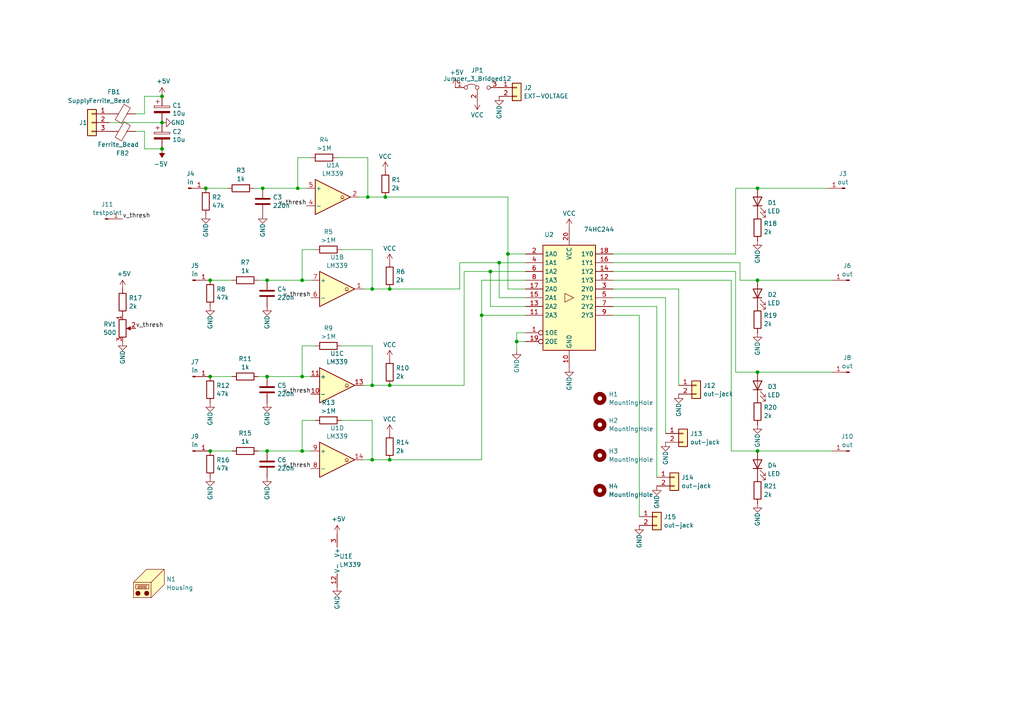
<source format=kicad_sch>
(kicad_sch (version 20231120) (generator "eeschema") (generator_version "8.0")
  (paper "A4")
  (lib_symbols
    (symbol "74xx:74HC244"
      (property "Reference" "U" (at -7.62 16.51 0))
      (property "Value" "74HC244" (at -7.62 -16.51 0))
      (symbol "74HC244_1_0"
        (polyline (pts (xy 1.27 0) (xy -1.27 1.27) (xy -1.27 -1.27) (xy 1.27 0)) (stroke (width 0.1524)))
        (pin input inverted (at -12.7 -10.16 0) (length 5.08) (name "1OE") (number "1"))
        (pin power_in line (at 0 -20.32 90) (length 5.08) (name "GND") (number "10"))
        (pin input line (at -12.7 -5.08 0) (length 5.08) (name "2A3") (number "11"))
        (pin tri_state line (at 12.7 5.08 180) (length 5.08) (name "1Y3") (number "12"))
        (pin input line (at -12.7 -2.54 0) (length 5.08) (name "2A2") (number "13"))
        (pin tri_state line (at 12.7 7.62 180) (length 5.08) (name "1Y2") (number "14"))
        (pin input line (at -12.7 0 0) (length 5.08) (name "2A1") (number "15"))
        (pin tri_state line (at 12.7 10.16 180) (length 5.08) (name "1Y1") (number "16"))
        (pin input line (at -12.7 2.54 0) (length 5.08) (name "2A0") (number "17"))
        (pin tri_state line (at 12.7 12.7 180) (length 5.08) (name "1Y0") (number "18"))
        (pin input inverted (at -12.7 -12.7 0) (length 5.08) (name "2OE") (number "19"))
        (pin input line (at -12.7 12.7 0) (length 5.08) (name "1A0") (number "2"))
        (pin power_in line (at 0 20.32 270) (length 5.08) (name "VCC") (number "20"))
        (pin tri_state line (at 12.7 2.54 180) (length 5.08) (name "2Y0") (number "3"))
        (pin input line (at -12.7 10.16 0) (length 5.08) (name "1A1") (number "4"))
        (pin tri_state line (at 12.7 0 180) (length 5.08) (name "2Y1") (number "5"))
        (pin input line (at -12.7 7.62 0) (length 5.08) (name "1A2") (number "6"))
        (pin tri_state line (at 12.7 -2.54 180) (length 5.08) (name "2Y2") (number "7"))
        (pin input line (at -12.7 5.08 0) (length 5.08) (name "1A3") (number "8"))
        (pin tri_state line (at 12.7 -5.08 180) (length 5.08) (name "2Y3") (number "9"))
      )
      (symbol "74HC244_1_1"
        (rectangle (start -7.62 15.24) (end 7.62 -15.24) (stroke (width 0.254)) (fill (type background)))
      )
    )
    (symbol "Comparator:LM339" (pin_names (offset 0.127))
      (property "Reference" "U" (at 0 5.08 0))
      (property "Value" "LM339" (at 0 -5.08 0))
      (symbol "LM339_1_1"
        (polyline (pts (xy -5.08 5.08) (xy 5.08 0) (xy -5.08 -5.08) (xy -5.08 5.08)) (stroke (width 0.254)) (fill (type background)))
        (polyline (pts (xy 3.302 -0.508) (xy 2.794 -0.508) (xy 3.302 0) (xy 2.794 0.508) (xy 2.286 0) (xy 2.794 -0.508) (xy 2.286 -0.508)) (stroke (width 0.127)))
        (pin open_collector line (at 7.62 0 180) (length 2.54) (name "~") (number "2"))
        (pin input line (at -7.62 -2.54 0) (length 2.54) (name "-") (number "4"))
        (pin input line (at -7.62 2.54 0) (length 2.54) (name "+") (number "5"))
      )
      (symbol "LM339_2_1"
        (polyline (pts (xy -5.08 5.08) (xy 5.08 0) (xy -5.08 -5.08) (xy -5.08 5.08)) (stroke (width 0.254)) (fill (type background)))
        (polyline (pts (xy 3.302 -0.508) (xy 2.794 -0.508) (xy 3.302 0) (xy 2.794 0.508) (xy 2.286 0) (xy 2.794 -0.508) (xy 2.286 -0.508)) (stroke (width 0.127)))
        (pin open_collector line (at 7.62 0 180) (length 2.54) (name "~") (number "1"))
        (pin input line (at -7.62 -2.54 0) (length 2.54) (name "-") (number "6"))
        (pin input line (at -7.62 2.54 0) (length 2.54) (name "+") (number "7"))
      )
      (symbol "LM339_3_1"
        (polyline (pts (xy -5.08 5.08) (xy 5.08 0) (xy -5.08 -5.08) (xy -5.08 5.08)) (stroke (width 0.254)) (fill (type background)))
        (polyline (pts (xy 3.302 -0.508) (xy 2.794 -0.508) (xy 3.302 0) (xy 2.794 0.508) (xy 2.286 0) (xy 2.794 -0.508) (xy 2.286 -0.508)) (stroke (width 0.127)))
        (pin input line (at -7.62 -2.54 0) (length 2.54) (name "-") (number "10"))
        (pin input line (at -7.62 2.54 0) (length 2.54) (name "+") (number "11"))
        (pin open_collector line (at 7.62 0 180) (length 2.54) (name "~") (number "13"))
      )
      (symbol "LM339_4_1"
        (polyline (pts (xy -5.08 5.08) (xy 5.08 0) (xy -5.08 -5.08) (xy -5.08 5.08)) (stroke (width 0.254)) (fill (type background)))
        (polyline (pts (xy 3.302 -0.508) (xy 2.794 -0.508) (xy 3.302 0) (xy 2.794 0.508) (xy 2.286 0) (xy 2.794 -0.508) (xy 2.286 -0.508)) (stroke (width 0.127)))
        (pin open_collector line (at 7.62 0 180) (length 2.54) (name "~") (number "14"))
        (pin input line (at -7.62 -2.54 0) (length 2.54) (name "-") (number "8"))
        (pin input line (at -7.62 2.54 0) (length 2.54) (name "+") (number "9"))
      )
      (symbol "LM339_5_1"
        (pin power_in line (at -2.54 -7.62 90) (length 3.81) (name "V-") (number "12"))
        (pin power_in line (at -2.54 7.62 270) (length 3.81) (name "V+") (number "3"))
      )
    )
    (symbol "Connector:Conn_01x01_Pin" (pin_names (offset 1.016) hide)
      (property "Reference" "J" (at 0 2.54 0))
      (property "Value" "Conn_01x01_Pin" (at 0 -2.54 0))
      (symbol "Conn_01x01_Pin_1_1"
        (polyline (pts (xy 1.27 0) (xy 0.8636 0)) (stroke (width 0.1524)))
        (rectangle (start 0.8636 0.127) (end 0 -0.127) (stroke (width 0.1524)) (fill (type outline)))
        (pin passive line (at 5.08 0 180) (length 3.81) (name "Pin_1") (number "1"))
      )
    )
    (symbol "Connector_Generic:Conn_01x02" (pin_names (offset 1.016) hide)
      (property "Reference" "J" (at 0 2.54 0))
      (property "Value" "Conn_01x02" (at 0 -5.08 0))
      (symbol "Conn_01x02_1_1"
        (rectangle (start -1.27 -2.413) (end 0 -2.667) (stroke (width 0.1524)))
        (rectangle (start -1.27 0.127) (end 0 -0.127) (stroke (width 0.1524)))
        (rectangle (start -1.27 1.27) (end 1.27 -3.81) (stroke (width 0.254)) (fill (type background)))
        (pin passive line (at -5.08 0 0) (length 3.81) (name "Pin_1") (number "1"))
        (pin passive line (at -5.08 -2.54 0) (length 3.81) (name "Pin_2") (number "2"))
      )
    )
    (symbol "Connector_Generic:Conn_01x03" (pin_names (offset 1.016) hide)
      (property "Reference" "J" (at 0 5.08 0))
      (property "Value" "Conn_01x03" (at 0 -5.08 0))
      (symbol "Conn_01x03_1_1"
        (rectangle (start -1.27 -2.413) (end 0 -2.667) (stroke (width 0.1524)))
        (rectangle (start -1.27 0.127) (end 0 -0.127) (stroke (width 0.1524)))
        (rectangle (start -1.27 2.667) (end 0 2.413) (stroke (width 0.1524)))
        (rectangle (start -1.27 3.81) (end 1.27 -3.81) (stroke (width 0.254)) (fill (type background)))
        (pin passive line (at -5.08 2.54 0) (length 3.81) (name "Pin_1") (number "1"))
        (pin passive line (at -5.08 0 0) (length 3.81) (name "Pin_2") (number "2"))
        (pin passive line (at -5.08 -2.54 0) (length 3.81) (name "Pin_3") (number "3"))
      )
    )
    (symbol "Device:C" (pin_numbers hide) (pin_names (offset 0.254))
      (property "Reference" "C" (at 0.635 2.54 0))
      (property "Value" "C" (at 0.635 -2.54 0))
      (symbol "C_0_1"
        (polyline (pts (xy -2.032 -0.762) (xy 2.032 -0.762)) (stroke (width 0.508)))
        (polyline (pts (xy -2.032 0.762) (xy 2.032 0.762)) (stroke (width 0.508)))
      )
      (symbol "C_1_1"
        (pin passive line (at 0 3.81 270) (length 2.794) (name "~") (number "1"))
        (pin passive line (at 0 -3.81 90) (length 2.794) (name "~") (number "2"))
      )
    )
    (symbol "Device:CP" (pin_numbers hide) (pin_names (offset 0.254))
      (property "Reference" "C" (at 0.635 2.54 0))
      (property "Value" "Device_CP" (at 0.635 -2.54 0))
      (symbol "CP_0_1"
        (rectangle (start -2.286 0.508) (end 2.286 1.016))
        (polyline (pts (xy -1.778 2.286) (xy -0.762 2.286)))
        (polyline (pts (xy -1.27 2.794) (xy -1.27 1.778)))
        (rectangle (start 2.286 -0.508) (end -2.286 -1.016) (fill (type outline)))
      )
      (symbol "CP_1_1"
        (pin passive line (at 0 3.81 270) (length 2.794) (name "~") (number "1"))
        (pin passive line (at 0 -3.81 90) (length 2.794) (name "~") (number "2"))
      )
    )
    (symbol "Device:Ferrite_Bead" (pin_numbers hide) (pin_names (offset 0))
      (property "Reference" "FB" (at -3.81 0.635 90))
      (property "Value" "Device_Ferrite_Bead" (at 3.81 0 90))
      (symbol "Ferrite_Bead_0_1"
        (polyline (pts (xy 0 -1.27) (xy 0 -1.2192)))
        (polyline (pts (xy 0 1.27) (xy 0 1.2954)))
        (polyline (pts (xy -2.7686 0.4064) (xy -1.7018 2.2606) (xy 2.7686 -0.3048) (xy 1.6764 -2.159) (xy -2.7686 0.4064)))
      )
      (symbol "Ferrite_Bead_1_1"
        (pin passive line (at 0 3.81 270) (length 2.54) (name "~") (number "1"))
        (pin passive line (at 0 -3.81 90) (length 2.54) (name "~") (number "2"))
      )
    )
    (symbol "Device:LED" (pin_numbers hide) (pin_names (offset 1.016) hide)
      (property "Reference" "D" (at 0 2.54 0))
      (property "Value" "LED" (at 0 -2.54 0))
      (symbol "LED_0_1"
        (polyline (pts (xy -1.27 -1.27) (xy -1.27 1.27)) (stroke (width 0.254)))
        (polyline (pts (xy -1.27 0) (xy 1.27 0)))
        (polyline (pts (xy 1.27 -1.27) (xy 1.27 1.27) (xy -1.27 0) (xy 1.27 -1.27)) (stroke (width 0.254)))
        (polyline (pts (xy -3.048 -0.762) (xy -4.572 -2.286) (xy -3.81 -2.286) (xy -4.572 -2.286) (xy -4.572 -1.524)))
        (polyline (pts (xy -1.778 -0.762) (xy -3.302 -2.286) (xy -2.54 -2.286) (xy -3.302 -2.286) (xy -3.302 -1.524)))
      )
      (symbol "LED_1_1"
        (pin passive line (at -3.81 0 0) (length 2.54) (name "K") (number "1"))
        (pin passive line (at 3.81 0 180) (length 2.54) (name "A") (number "2"))
      )
    )
    (symbol "Device:R" (pin_numbers hide) (pin_names (offset 0))
      (property "Reference" "R" (at 2.032 0 90))
      (property "Value" "R" (at 0 0 90))
      (symbol "R_0_1"
        (rectangle (start -1.016 -2.54) (end 1.016 2.54) (stroke (width 0.254)))
      )
      (symbol "R_1_1"
        (pin passive line (at 0 3.81 270) (length 1.27) (name "~") (number "1"))
        (pin passive line (at 0 -3.81 90) (length 1.27) (name "~") (number "2"))
      )
    )
    (symbol "Device:R_Potentiometer" (pin_names (offset 1.016) hide)
      (property "Reference" "RV" (at -4.445 0 90))
      (property "Value" "R_Potentiometer" (at -2.54 0 90))
      (symbol "R_Potentiometer_0_1"
        (polyline (pts (xy 2.54 0) (xy 1.524 0)))
        (polyline (pts (xy 1.143 0) (xy 2.286 0.508) (xy 2.286 -0.508) (xy 1.143 0)) (fill (type outline)))
        (rectangle (start 1.016 2.54) (end -1.016 -2.54) (stroke (width 0.254)))
      )
      (symbol "R_Potentiometer_1_1"
        (pin passive line (at 0 3.81 270) (length 1.27) (name "1") (number "1"))
        (pin passive line (at 3.81 0 180) (length 1.27) (name "2") (number "2"))
        (pin passive line (at 0 -3.81 90) (length 1.27) (name "3") (number "3"))
      )
    )
    (symbol "Jumper:Jumper_3_Bridged12" (pin_names (offset 0) hide) (exclude_from_sim yes) (in_bom no)
      (property "Reference" "JP" (at -2.54 -2.54 0))
      (property "Value" "Jumper_3_Bridged12" (at 0 2.794 0))
      (symbol "Jumper_3_Bridged12_0_0"
        (circle (center -3.302 0) (radius 0.508))
        (circle (center 0 0) (radius 0.508))
        (circle (center 3.302 0) (radius 0.508))
      )
      (symbol "Jumper_3_Bridged12_0_1"
        (arc (start -0.254 0.508) (mid -1.651 0.9912) (end -3.048 0.508))
        (polyline (pts (xy 0 -1.27) (xy 0 -0.508)))
      )
      (symbol "Jumper_3_Bridged12_1_1"
        (pin passive line (at -6.35 0 0) (length 2.54) (name "A") (number "1"))
        (pin passive line (at 0 -3.81 90) (length 2.54) (name "C") (number "2"))
        (pin passive line (at 6.35 0 180) (length 2.54) (name "B") (number "3"))
      )
    )
    (symbol "Mechanical:Housing" (pin_names (offset 1.016)) (exclude_from_sim yes)
      (property "Reference" "N" (at 3.81 0 0))
      (property "Value" "Housing" (at 3.81 -1.905 0))
      (symbol "Housing_0_1"
        (rectangle (start -5.08 -0.635) (end -1.27 -1.905))
        (circle (center -4.445 -3.175) (radius 0.635) (fill (type outline)))
        (circle (center -1.905 -3.175) (radius 0.635) (fill (type outline)))
        (polyline (pts (xy -4.5212 -1.5748) (xy -4.4704 -1.3716)))
        (polyline (pts (xy -4.4196 -1.6764) (xy -4.064 -1.6764)))
        (polyline (pts (xy -4.4196 -1.2192) (xy -4.3688 -0.9652)))
        (polyline (pts (xy -4.318 -1.3208) (xy -4.0132 -1.3208)))
        (polyline (pts (xy -4.2164 -0.9144) (xy -3.9116 -0.9144)))
        (polyline (pts (xy -3.9116 -1.6256) (xy -3.8608 -1.3716)))
        (polyline (pts (xy -3.81 -1.2192) (xy -3.7592 -0.9652)))
        (polyline (pts (xy -3.6068 -1.5748) (xy -3.556 -1.3716)))
        (polyline (pts (xy -3.5052 -1.6764) (xy -3.1496 -1.6764)))
        (polyline (pts (xy -3.5052 -1.2192) (xy -3.4544 -0.9652)))
        (polyline (pts (xy -3.4036 -1.3208) (xy -3.0988 -1.3208)))
        (polyline (pts (xy -3.302 -0.9144) (xy -2.9972 -0.9144)))
        (polyline (pts (xy -2.9972 -1.6256) (xy -2.9464 -1.3716)))
        (polyline (pts (xy -2.8956 -1.2192) (xy -2.8448 -0.9652)))
        (polyline (pts (xy -2.6924 -1.5748) (xy -2.6416 -1.3716)))
        (polyline (pts (xy -2.5908 -1.6764) (xy -2.2352 -1.6764)))
        (polyline (pts (xy -2.5908 -1.2192) (xy -2.54 -0.9652)))
        (polyline (pts (xy -2.4892 -1.3208) (xy -2.1844 -1.3208)))
        (polyline (pts (xy -2.3876 -0.9144) (xy -2.0828 -0.9144)))
        (polyline (pts (xy -2.0828 -1.6256) (xy -2.032 -1.3716)))
        (polyline (pts (xy -1.9812 -1.2192) (xy -1.9304 -0.9652)))
        (polyline (pts (xy -0.635 0) (xy -0.635 -4.445)))
        (polyline (pts (xy -5.715 0) (xy -0.635 0) (xy 3.175 3.81)))
        (polyline (pts (xy -5.715 0) (xy -5.715 -4.445) (xy -0.635 -4.445) (xy 3.175 -0.635) (xy 3.175 3.81) (xy -1.905 3.81) (xy -5.715 0)) (fill (type background)))
      )
    )
    (symbol "Mechanical:MountingHole" (pin_names (offset 1.016)) (exclude_from_sim yes) (in_bom no)
      (property "Reference" "H" (at 0 5.08 0))
      (property "Value" "MountingHole" (at 0 3.175 0))
      (symbol "MountingHole_0_1"
        (circle (center 0 0) (radius 1.27) (stroke (width 1.27)))
      )
    )
    (symbol "power:+5V" (power) (pin_numbers hide) (pin_names (offset 0) hide)
      (property "Value" "+5V" (at 0 3.556 0))
      (symbol "+5V_0_1"
        (polyline (pts (xy -0.762 1.27) (xy 0 2.54)))
        (polyline (pts (xy 0 0) (xy 0 2.54)))
        (polyline (pts (xy 0 2.54) (xy 0.762 1.27)))
      )
      (symbol "+5V_1_1"
        (pin power_in line (at 0 0 90) (length 0) (name "~") (number "1"))
      )
    )
    (symbol "power:-5V" (power) (pin_numbers hide) (pin_names (offset 0) hide)
      (property "Value" "-5V" (at 0 3.556 0))
      (symbol "-5V_0_0"
        (pin power_in line (at 0 0 90) (length 0) (name "~") (number "1"))
      )
      (symbol "-5V_0_1"
        (polyline (pts (xy 0 0) (xy 0 1.27) (xy 0.762 1.27) (xy 0 2.54) (xy -0.762 1.27) (xy 0 1.27)) (fill (type outline)))
      )
    )
    (symbol "power:GND" (power) (pin_numbers hide) (pin_names (offset 0) hide)
      (property "Value" "GND" (at 0 -3.81 0))
      (symbol "GND_0_1"
        (polyline (pts (xy 0 0) (xy 0 -1.27) (xy 1.27 -1.27) (xy 0 -2.54) (xy -1.27 -1.27) (xy 0 -1.27)))
      )
      (symbol "GND_1_1"
        (pin power_in line (at 0 0 270) (length 0) (name "~") (number "1"))
      )
    )
    (symbol "power:VCC" (power) (pin_numbers hide) (pin_names (offset 0) hide)
      (property "Value" "VCC" (at 0 3.556 0))
      (symbol "VCC_0_1"
        (polyline (pts (xy -0.762 1.27) (xy 0 2.54)))
        (polyline (pts (xy 0 0) (xy 0 2.54)))
        (polyline (pts (xy 0 2.54) (xy 0.762 1.27)))
      )
      (symbol "VCC_1_1"
        (pin power_in line (at 0 0 90) (length 0) (name "~") (number "1"))
      )
    )
  )
  (junction (at 147.32 73.66))
  (junction (at 59.69 54.61))
  (junction (at 76.2 54.61))
  (junction (at 86.36 54.61))
  (junction (at 107.95 133.35))
  (junction (at 46.99 27.94))
  (junction (at 46.99 35.56))
  (junction (at 77.47 81.28))
  (junction (at 60.96 109.22))
  (junction (at 60.96 130.81))
  (junction (at 113.03 111.76))
  (junction (at 149.86 99.06))
  (junction (at 113.03 133.35))
  (junction (at 87.63 81.28))
  (junction (at 77.47 130.81))
  (junction (at 144.78 76.2))
  (junction (at 87.63 130.81))
  (junction (at 107.95 83.82))
  (junction (at 139.7 91.44))
  (junction (at 113.03 83.82))
  (junction (at 111.76 57.15))
  (junction (at 219.71 130.81))
  (junction (at 107.95 111.76))
  (junction (at 77.47 109.22))
  (junction (at 219.71 107.95))
  (junction (at 106.68 57.15))
  (junction (at 219.71 54.61))
  (junction (at 142.24 78.74))
  (junction (at 46.99 43.18))
  (junction (at 87.63 109.22))
  (junction (at 60.96 81.28))
  (junction (at 219.71 81.28))
  (wire (pts (xy 177.8 76.2) (xy 214.63 76.2)))
  (wire (pts (xy 219.71 81.28) (xy 241.3 81.28)))
  (wire (pts (xy 177.8 81.28) (xy 212.09 81.28)))
  (wire (pts (xy 139.7 81.28) (xy 152.4 81.28)))
  (wire (pts (xy 134.62 78.74) (xy 134.62 111.76)))
  (wire (pts (xy 97.79 45.72) (xy 106.68 45.72)))
  (wire (pts (xy 177.8 78.74) (xy 213.36 78.74)))
  (wire (pts (xy 74.93 81.28) (xy 77.47 81.28)))
  (wire (pts (xy 105.41 133.35) (xy 107.95 133.35)))
  (wire (pts (xy 149.86 99.06) (xy 149.86 101.6)))
  (wire (pts (xy 74.93 109.22) (xy 77.47 109.22)))
  (wire (pts (xy 105.41 111.76) (xy 107.95 111.76)))
  (wire (pts (xy 41.91 33.02) (xy 41.91 27.94)))
  (wire (pts (xy 214.63 76.2) (xy 214.63 81.28)))
  (wire (pts (xy 142.24 78.74) (xy 134.62 78.74)))
  (wire (pts (xy 147.32 73.66) (xy 147.32 57.15)))
  (wire (pts (xy 190.5 88.9) (xy 190.5 138.43)))
  (wire (pts (xy 99.06 121.92) (xy 107.95 121.92)))
  (wire (pts (xy 99.06 100.33) (xy 107.95 100.33)))
  (wire (pts (xy 152.4 73.66) (xy 147.32 73.66)))
  (wire (pts (xy 41.91 43.18) (xy 46.99 43.18)))
  (wire (pts (xy 152.4 99.06) (xy 149.86 99.06)))
  (wire (pts (xy 139.7 81.28) (xy 139.7 91.44)))
  (wire (pts (xy 41.91 27.94) (xy 46.99 27.94)))
  (wire (pts (xy 87.63 81.28) (xy 90.17 81.28)))
  (wire (pts (xy 60.96 130.81) (xy 67.31 130.81)))
  (wire (pts (xy 76.2 54.61) (xy 86.36 54.61)))
  (wire (pts (xy 73.66 54.61) (xy 76.2 54.61)))
  (wire (pts (xy 91.44 121.92) (xy 87.63 121.92)))
  (wire (pts (xy 74.93 130.81) (xy 77.47 130.81)))
  (wire (pts (xy 99.06 72.39) (xy 107.95 72.39)))
  (wire (pts (xy 106.68 45.72) (xy 106.68 57.15)))
  (wire (pts (xy 133.35 76.2) (xy 144.78 76.2)))
  (wire (pts (xy 107.95 133.35) (xy 113.03 133.35)))
  (wire (pts (xy 212.09 130.81) (xy 219.71 130.81)))
  (wire (pts (xy 214.63 81.28) (xy 219.71 81.28)))
  (wire (pts (xy 59.69 54.61) (xy 66.04 54.61)))
  (wire (pts (xy 219.71 130.81) (xy 241.3 130.81)))
  (wire (pts (xy 134.62 111.76) (xy 113.03 111.76)))
  (wire (pts (xy 213.36 73.66) (xy 213.36 54.61)))
  (wire (pts (xy 213.36 78.74) (xy 213.36 107.95)))
  (wire (pts (xy 90.17 45.72) (xy 86.36 45.72)))
  (wire (pts (xy 152.4 78.74) (xy 142.24 78.74)))
  (wire (pts (xy 213.36 107.95) (xy 219.71 107.95)))
  (wire (pts (xy 41.91 38.1) (xy 41.91 43.18)))
  (wire (pts (xy 193.04 86.36) (xy 193.04 125.73)))
  (wire (pts (xy 60.96 109.22) (xy 67.31 109.22)))
  (wire (pts (xy 212.09 81.28) (xy 212.09 130.81)))
  (wire (pts (xy 144.78 86.36) (xy 152.4 86.36)))
  (wire (pts (xy 87.63 100.33) (xy 87.63 109.22)))
  (wire (pts (xy 219.71 54.61) (xy 240.03 54.61)))
  (wire (pts (xy 177.8 88.9) (xy 190.5 88.9)))
  (wire (pts (xy 139.7 91.44) (xy 152.4 91.44)))
  (wire (pts (xy 147.32 83.82) (xy 152.4 83.82)))
  (wire (pts (xy 91.44 100.33) (xy 87.63 100.33)))
  (wire (pts (xy 147.32 73.66) (xy 147.32 83.82)))
  (wire (pts (xy 196.85 83.82) (xy 196.85 111.76)))
  (wire (pts (xy 152.4 76.2) (xy 144.78 76.2)))
  (wire (pts (xy 133.35 83.82) (xy 133.35 76.2)))
  (wire (pts (xy 87.63 121.92) (xy 87.63 130.81)))
  (wire (pts (xy 105.41 83.82) (xy 107.95 83.82)))
  (wire (pts (xy 142.24 88.9) (xy 152.4 88.9)))
  (wire (pts (xy 107.95 83.82) (xy 113.03 83.82)))
  (wire (pts (xy 107.95 121.92) (xy 107.95 133.35)))
  (wire (pts (xy 39.37 38.1) (xy 41.91 38.1)))
  (wire (pts (xy 111.76 57.15) (xy 147.32 57.15)))
  (wire (pts (xy 177.8 73.66) (xy 213.36 73.66)))
  (wire (pts (xy 87.63 130.81) (xy 90.17 130.81)))
  (wire (pts (xy 177.8 86.36) (xy 193.04 86.36)))
  (wire (pts (xy 104.14 57.15) (xy 106.68 57.15)))
  (wire (pts (xy 106.68 57.15) (xy 111.76 57.15)))
  (wire (pts (xy 152.4 96.52) (xy 149.86 96.52)))
  (wire (pts (xy 77.47 130.81) (xy 87.63 130.81)))
  (wire (pts (xy 113.03 133.35) (xy 139.7 133.35)))
  (wire (pts (xy 142.24 78.74) (xy 142.24 88.9)))
  (wire (pts (xy 60.96 81.28) (xy 67.31 81.28)))
  (wire (pts (xy 77.47 109.22) (xy 87.63 109.22)))
  (wire (pts (xy 77.47 81.28) (xy 87.63 81.28)))
  (wire (pts (xy 177.8 83.82) (xy 196.85 83.82)))
  (wire (pts (xy 219.71 107.95) (xy 241.3 107.95)))
  (wire (pts (xy 87.63 109.22) (xy 90.17 109.22)))
  (wire (pts (xy 39.37 33.02) (xy 41.91 33.02)))
  (wire (pts (xy 86.36 45.72) (xy 86.36 54.61)))
  (wire (pts (xy 144.78 76.2) (xy 144.78 86.36)))
  (wire (pts (xy 91.44 72.39) (xy 87.63 72.39)))
  (wire (pts (xy 107.95 100.33) (xy 107.95 111.76)))
  (wire (pts (xy 113.03 83.82) (xy 133.35 83.82)))
  (wire (pts (xy 213.36 54.61) (xy 219.71 54.61)))
  (wire (pts (xy 139.7 91.44) (xy 139.7 133.35)))
  (wire (pts (xy 149.86 96.52) (xy 149.86 99.06)))
  (wire (pts (xy 107.95 111.76) (xy 113.03 111.76)))
  (wire (pts (xy 31.75 35.56) (xy 46.99 35.56)))
  (wire (pts (xy 177.8 91.44) (xy 185.42 91.44)))
  (wire (pts (xy 86.36 54.61) (xy 88.9 54.61)))
  (wire (pts (xy 107.95 72.39) (xy 107.95 83.82)))
  (wire (pts (xy 87.63 72.39) (xy 87.63 81.28)))
  (wire (pts (xy 185.42 91.44) (xy 185.42 149.86)))
  (label "v_thresh" (at 90.17 86.36 180))
  (label "v_thresh" (at 35.56 63.5 0))
  (label "v_thresh" (at 39.37 95.25 0))
  (label "v_thresh" (at 90.17 135.89 180))
  (label "v_thresh" (at 88.9 59.69 180))
  (label "v_thresh" (at 90.17 114.3 180))
  (symbol (lib_id "Comparator:LM339") (at 97.79 83.82 0) (unit 2)
    (property "Reference" "U1" (at 97.79 74.5955 0))
    (property "Value" "LM339" (at 97.79 77.0198 0))
    (property "Footprint" "synkie_footprints:SOIC-14_3.9x8.7mm_P1.27mm" (effects (hide yes)))
    (property "Datasheet" "https://www.st.com/resource/en/datasheet/lm139.pdf" (effects (hide yes)))
    (property "Description" "Quad Differential Comparators, SOIC-14/TSSOP-14" (effects (hide yes)))
  )
  (symbol (lib_id "power:GND") (at 190.5 140.97 0) (unit 1)
    (property "Reference" "#PWR031" (effects (hide yes)))
    (property "Value" "GND" (at 190.5 143.51 90) (effects (justify right)))
  )
  (symbol (lib_id "Device:R") (at 60.96 113.03 0) (unit 1)
    (property "Reference" "R12" (at 62.738 111.8178 0) (effects (justify left)))
    (property "Value" "47k" (at 62.738 114.2421 0) (effects (justify left)))
    (property "Footprint" "synkie_footprints:R_0805_2012Metric_Pad1.15x1.40mm_HandSolder" (effects (hide yes)))
    (property "Description" "Resistor" (effects (hide yes)))
  )
  (symbol (lib_id "Mechanical:MountingHole") (at 173.99 142.24 0) (unit 1) (exclude_from_sim yes) (in_bom no)
    (property "Reference" "H4" (at 176.53 141.0278 0) (effects (justify left)))
    (property "Value" "MountingHole" (at 176.53 143.4521 0) (effects (justify left)))
    (property "Footprint" "synkie_footprints:MiniJack-PJ301M" (effects (hide yes)))
    (property "Description" "Mounting Hole without connection" (effects (hide yes)))
  )
  (symbol (lib_id "Device:R") (at 113.03 80.01 0) (unit 1)
    (property "Reference" "R6" (at 114.808 78.7978 0) (effects (justify left)))
    (property "Value" "2k" (at 114.808 81.2221 0) (effects (justify left)))
    (property "Footprint" "synkie_footprints:R_0805_2012Metric_Pad1.15x1.40mm_HandSolder" (effects (hide yes)))
    (property "Description" "Resistor" (effects (hide yes)))
  )
  (symbol (lib_id "power:-5V") (at 46.99 43.18 180) (unit 1)
    (property "Reference" "#PWR03" (effects (hide yes)))
    (property "Value" "-5V" (at 46.609 47.5742 0))
  )
  (symbol (lib_id "Device:R") (at 71.12 81.28 90) (unit 1)
    (property "Reference" "R7" (at 71.12 76.1195 90))
    (property "Value" "1k" (at 71.12 78.5438 90))
    (property "Footprint" "synkie_footprints:R_0805_2012Metric_Pad1.15x1.40mm_HandSolder" (effects (hide yes)))
    (property "Description" "Resistor" (effects (hide yes)))
  )
  (symbol (lib_id "power:GND") (at 77.47 88.9 0) (unit 1)
    (property "Reference" "#PWR020" (effects (hide yes)))
    (property "Value" "GND" (at 77.47 91.44 90) (effects (justify right)))
  )
  (symbol (lib_id "Device:R") (at 113.03 129.54 0) (unit 1)
    (property "Reference" "R14" (at 114.808 128.3278 0) (effects (justify left)))
    (property "Value" "2k" (at 114.808 130.7521 0) (effects (justify left)))
    (property "Footprint" "synkie_footprints:R_0805_2012Metric_Pad1.15x1.40mm_HandSolder" (effects (hide yes)))
    (property "Description" "Resistor" (effects (hide yes)))
  )
  (symbol (lib_id "Connector:Conn_01x01_Pin") (at 54.61 54.61 0) (unit 1)
    (property "Reference" "J4" (at 55.245 50.3893 0))
    (property "Value" "in" (at 55.245 52.8136 0))
    (property "Footprint" "synkie_footprints:Solderpad-SYNKIEPAD-2mm" (effects (hide yes)))
    (property "Description" "Generic connector, single row, 01x01, script generated" (effects (hide yes)))
  )
  (symbol (lib_id "power:GND") (at 193.04 128.27 0) (unit 1)
    (property "Reference" "#PWR030" (effects (hide yes)))
    (property "Value" "GND" (at 193.04 130.81 90) (effects (justify right)))
  )
  (symbol (lib_id "Connector_Generic:Conn_01x02") (at 190.5 149.86 0) (unit 1)
    (property "Reference" "J15" (at 192.532 149.9178 0) (effects (justify left)))
    (property "Value" "out-jack" (at 192.532 152.3421 0) (effects (justify left)))
    (property "Footprint" "anyma_footprints:smd-2pin" (effects (hide yes)))
    (property "Description" "Generic connector, single row, 01x02, script generated (kicad-library-utils/schlib/autogen/connector/)" (effects (hide yes)))
  )
  (symbol (lib_id "Device:C") (at 77.47 85.09 0) (unit 1)
    (property "Reference" "C4" (at 80.391 83.8778 0) (effects (justify left)))
    (property "Value" "220n" (at 80.391 86.3021 0) (effects (justify left)))
    (property "Footprint" "synkie_footprints:C_0805_2012Metric_Pad1.15x1.40mm_HandSolder" (effects (hide yes)))
    (property "Description" "Unpolarized capacitor" (effects (hide yes)))
  )
  (symbol (lib_id "power:GND") (at 60.96 116.84 0) (unit 1)
    (property "Reference" "#PWR014" (effects (hide yes)))
    (property "Value" "GND" (at 60.96 119.38 90) (effects (justify right)))
  )
  (symbol (lib_id "power:GND") (at 219.71 146.05 0) (unit 1)
    (property "Reference" "#PWR028" (effects (hide yes)))
    (property "Value" "GND" (at 219.71 148.59 90) (effects (justify right)))
  )
  (symbol (lib_id "Device:Ferrite_Bead") (at 35.56 38.1 270) (unit 1)
    (property "Reference" "FB2" (at 35.56 44.45 90))
    (property "Value" "Ferrite_Bead" (at 34.29 41.91 90))
    (property "Footprint" "Inductor_SMD:L_0805_2012Metric_Pad1.05x1.20mm_HandSolder" (effects (hide yes)))
  )
  (symbol (lib_id "Connector_Generic:Conn_01x02") (at 198.12 125.73 0) (unit 1)
    (property "Reference" "J13" (at 200.152 125.7878 0) (effects (justify left)))
    (property "Value" "out-jack" (at 200.152 128.2121 0) (effects (justify left)))
    (property "Footprint" "anyma_footprints:smd-2pin" (effects (hide yes)))
    (property "Description" "Generic connector, single row, 01x02, script generated (kicad-library-utils/schlib/autogen/connector/)" (effects (hide yes)))
  )
  (symbol (lib_id "Connector:Conn_01x01_Pin") (at 55.88 109.22 0) (unit 1)
    (property "Reference" "J7" (at 56.515 104.9993 0))
    (property "Value" "in" (at 56.515 107.4236 0))
    (property "Footprint" "synkie_footprints:Solderpad-SYNKIEPAD-2mm" (effects (hide yes)))
    (property "Description" "Generic connector, single row, 01x01, script generated" (effects (hide yes)))
  )
  (symbol (lib_id "Device:R") (at 111.76 53.34 0) (unit 1)
    (property "Reference" "R1" (at 113.538 52.1278 0) (effects (justify left)))
    (property "Value" "2k" (at 113.538 54.5521 0) (effects (justify left)))
    (property "Footprint" "synkie_footprints:R_0805_2012Metric_Pad1.15x1.40mm_HandSolder" (effects (hide yes)))
    (property "Description" "Resistor" (effects (hide yes)))
  )
  (symbol (lib_id "power:VCC") (at 111.76 49.53 0) (unit 1)
    (property "Reference" "#PWR09" (effects (hide yes)))
    (property "Value" "VCC" (at 111.76 45.3969 0))
    (property "Description" "Power symbol creates a global label with name \"VCC\"" (effects (hide yes)))
  )
  (symbol (lib_id "power:GND") (at 144.78 27.94 0) (unit 1)
    (property "Reference" "#PWR07" (effects (hide yes)))
    (property "Value" "GND" (at 144.78 30.48 90) (effects (justify right)))
  )
  (symbol (lib_id "power:GND") (at 219.71 96.52 0) (unit 1)
    (property "Reference" "#PWR026" (effects (hide yes)))
    (property "Value" "GND" (at 219.71 99.06 90) (effects (justify right)))
  )
  (symbol (lib_id "power:GND") (at 185.42 152.4 0) (unit 1)
    (property "Reference" "#PWR032" (effects (hide yes)))
    (property "Value" "GND" (at 185.42 154.94 90) (effects (justify right)))
  )
  (symbol (lib_id "power:GND") (at 97.79 170.18 0) (unit 1)
    (property "Reference" "#PWR05" (effects (hide yes)))
    (property "Value" "GND" (at 97.79 172.72 90) (effects (justify right)))
  )
  (symbol (lib_id "Device:R") (at 69.85 54.61 90) (unit 1)
    (property "Reference" "R3" (at 69.85 49.4495 90))
    (property "Value" "1k" (at 69.85 51.8738 90))
    (property "Footprint" "synkie_footprints:R_0805_2012Metric_Pad1.15x1.40mm_HandSolder" (effects (hide yes)))
    (property "Description" "Resistor" (effects (hide yes)))
  )
  (symbol (lib_id "power:GND") (at 149.86 101.6 0) (unit 1)
    (property "Reference" "#PWR033" (effects (hide yes)))
    (property "Value" "GND" (at 149.86 104.14 90) (effects (justify right)))
  )
  (symbol (lib_id "Device:CP") (at 46.99 39.37 0) (unit 1)
    (property "Reference" "C2" (at 49.9872 38.2016 0) (effects (justify left)))
    (property "Value" "10u" (at 49.9872 40.513 0) (effects (justify left)))
    (property "Footprint" "Capacitor_Tantalum_SMD:CP_EIA-3528-21_Kemet-B" (effects (hide yes)))
  )
  (symbol (lib_id "power:+5V") (at 35.56 83.82 0) (unit 1)
    (property "Reference" "#PWR017" (effects (hide yes)))
    (property "Value" "+5V" (at 35.941 79.4258 0))
  )
  (symbol (lib_id "Device:R_Potentiometer") (at 35.56 95.25 0) (unit 1)
    (property "Reference" "RV1" (at 33.7821 94.0378 0) (effects (justify right)))
    (property "Value" "500" (at 33.7821 96.4621 0) (effects (justify right)))
    (property "Footprint" "Potentiometer_SMD:Potentiometer_Bourns_3224X_Vertical" (effects (hide yes)))
    (property "Description" "Potentiometer" (effects (hide yes)))
  )
  (symbol (lib_id "power:+5V") (at 97.79 154.94 0) (unit 1)
    (property "Reference" "#PWR04" (effects (hide yes)))
    (property "Value" "+5V" (at 98.171 150.5458 0))
  )
  (symbol (lib_id "power:VCC") (at 113.03 76.2 0) (unit 1)
    (property "Reference" "#PWR011" (effects (hide yes)))
    (property "Value" "VCC" (at 113.03 72.0669 0))
    (property "Description" "Power symbol creates a global label with name \"VCC\"" (effects (hide yes)))
  )
  (symbol (lib_id "power:VCC") (at 113.03 125.73 0) (unit 1)
    (property "Reference" "#PWR015" (effects (hide yes)))
    (property "Value" "VCC" (at 113.03 121.5969 0))
    (property "Description" "Power symbol creates a global label with name \"VCC\"" (effects (hide yes)))
  )
  (symbol (lib_id "power:VCC") (at 165.1 66.04 0) (unit 1)
    (property "Reference" "#PWR023" (effects (hide yes)))
    (property "Value" "VCC" (at 165.1 61.9069 0))
    (property "Description" "Power symbol creates a global label with name \"VCC\"" (effects (hide yes)))
  )
  (symbol (lib_id "Device:LED") (at 219.71 134.62 90) (unit 1)
    (property "Reference" "D4" (at 222.631 134.9953 90) (effects (justify right)))
    (property "Value" "LED" (at 222.631 137.4196 90) (effects (justify right)))
    (property "Footprint" "LED_SMD:LED_0805_2012Metric" (effects (hide yes)))
    (property "Description" "Light emitting diode" (effects (hide yes)))
  )
  (symbol (lib_id "Device:LED") (at 219.71 111.76 90) (unit 1)
    (property "Reference" "D3" (at 222.631 112.1353 90) (effects (justify right)))
    (property "Value" "LED" (at 222.631 114.5596 90) (effects (justify right)))
    (property "Footprint" "LED_SMD:LED_0805_2012Metric" (effects (hide yes)))
    (property "Description" "Light emitting diode" (effects (hide yes)))
  )
  (symbol (lib_id "power:GND") (at 219.71 123.19 0) (unit 1)
    (property "Reference" "#PWR027" (effects (hide yes)))
    (property "Value" "GND" (at 219.71 125.73 90) (effects (justify right)))
  )
  (symbol (lib_id "Device:Ferrite_Bead") (at 35.56 33.02 270) (unit 1)
    (property "Reference" "FB1" (at 33.02 26.67 90))
    (property "Value" "Ferrite_Bead" (at 31.75 29.21 90))
    (property "Footprint" "Inductor_SMD:L_0805_2012Metric_Pad1.05x1.20mm_HandSolder" (effects (hide yes)))
  )
  (symbol (lib_id "power:GND") (at 77.47 138.43 0) (unit 1)
    (property "Reference" "#PWR022" (effects (hide yes)))
    (property "Value" "GND" (at 77.47 140.97 90) (effects (justify right)))
  )
  (symbol (lib_id "Device:C") (at 77.47 113.03 0) (unit 1)
    (property "Reference" "C5" (at 80.391 111.8178 0) (effects (justify left)))
    (property "Value" "220n" (at 80.391 114.2421 0) (effects (justify left)))
    (property "Footprint" "synkie_footprints:C_0805_2012Metric_Pad1.15x1.40mm_HandSolder" (effects (hide yes)))
    (property "Description" "Unpolarized capacitor" (effects (hide yes)))
  )
  (symbol (lib_id "Device:R") (at 113.03 107.95 0) (unit 1)
    (property "Reference" "R10" (at 114.808 106.7378 0) (effects (justify left)))
    (property "Value" "2k" (at 114.808 109.1621 0) (effects (justify left)))
    (property "Footprint" "synkie_footprints:R_0805_2012Metric_Pad1.15x1.40mm_HandSolder" (effects (hide yes)))
    (property "Description" "Resistor" (effects (hide yes)))
  )
  (symbol (lib_id "power:VCC") (at 138.43 29.21 180) (unit 1)
    (property "Reference" "#PWR08" (effects (hide yes)))
    (property "Value" "VCC" (at 138.43 33.3431 0))
    (property "Description" "Power symbol creates a global label with name \"VCC\"" (effects (hide yes)))
  )
  (symbol (lib_id "Device:C") (at 76.2 58.42 0) (unit 1)
    (property "Reference" "C3" (at 79.121 57.2078 0) (effects (justify left)))
    (property "Value" "220n" (at 79.121 59.6321 0) (effects (justify left)))
    (property "Footprint" "synkie_footprints:C_0805_2012Metric_Pad1.15x1.40mm_HandSolder" (effects (hide yes)))
    (property "Description" "Unpolarized capacitor" (effects (hide yes)))
  )
  (symbol (lib_id "power:+5V") (at 132.08 25.4 0) (unit 1)
    (property "Reference" "#PWR06" (effects (hide yes)))
    (property "Value" "+5V" (at 132.461 21.0058 0))
  )
  (symbol (lib_id "power:GND") (at 196.85 114.3 0) (unit 1)
    (property "Reference" "#PWR029" (effects (hide yes)))
    (property "Value" "GND" (at 196.85 116.84 90) (effects (justify right)))
  )
  (symbol (lib_id "Device:R") (at 219.71 92.71 0) (unit 1)
    (property "Reference" "R19" (at 221.488 91.4978 0) (effects (justify left)))
    (property "Value" "2k" (at 221.488 93.9221 0) (effects (justify left)))
    (property "Footprint" "synkie_footprints:R_0805_2012Metric_Pad1.15x1.40mm_HandSolder" (effects (hide yes)))
    (property "Description" "Resistor" (effects (hide yes)))
  )
  (symbol (lib_id "Device:R") (at 95.25 100.33 90) (unit 1)
    (property "Reference" "R9" (at 95.25 95.1695 90))
    (property "Value" ">1M" (at 95.25 97.5938 90))
    (property "Footprint" "synkie_footprints:R_0805_2012Metric_Pad1.15x1.40mm_HandSolder" (effects (hide yes)))
    (property "Description" "Resistor" (effects (hide yes)))
  )
  (symbol (lib_id "Comparator:LM339") (at 97.79 133.35 0) (unit 4)
    (property "Reference" "U1" (at 97.79 124.1255 0))
    (property "Value" "LM339" (at 97.79 126.5498 0))
    (property "Footprint" "synkie_footprints:SOIC-14_3.9x8.7mm_P1.27mm" (effects (hide yes)))
    (property "Datasheet" "https://www.st.com/resource/en/datasheet/lm139.pdf" (effects (hide yes)))
    (property "Description" "Quad Differential Comparators, SOIC-14/TSSOP-14" (effects (hide yes)))
  )
  (symbol (lib_id "Device:R") (at 59.69 58.42 0) (unit 1)
    (property "Reference" "R2" (at 61.468 57.2078 0) (effects (justify left)))
    (property "Value" "47k" (at 61.468 59.6321 0) (effects (justify left)))
    (property "Footprint" "synkie_footprints:R_0805_2012Metric_Pad1.15x1.40mm_HandSolder" (effects (hide yes)))
    (property "Description" "Resistor" (effects (hide yes)))
  )
  (symbol (lib_id "Connector:Conn_01x01_Pin") (at 55.88 81.28 0) (unit 1)
    (property "Reference" "J5" (at 56.515 77.0593 0))
    (property "Value" "in" (at 56.515 79.4836 0))
    (property "Footprint" "synkie_footprints:Solderpad-SYNKIEPAD-2mm" (effects (hide yes)))
    (property "Description" "Generic connector, single row, 01x01, script generated" (effects (hide yes)))
  )
  (symbol (lib_id "Device:R") (at 71.12 109.22 90) (unit 1)
    (property "Reference" "R11" (at 71.12 104.0595 90))
    (property "Value" "1k" (at 71.12 106.4838 90))
    (property "Footprint" "synkie_footprints:R_0805_2012Metric_Pad1.15x1.40mm_HandSolder" (effects (hide yes)))
    (property "Description" "Resistor" (effects (hide yes)))
  )
  (symbol (lib_id "Device:R") (at 60.96 134.62 0) (unit 1)
    (property "Reference" "R16" (at 62.738 133.4078 0) (effects (justify left)))
    (property "Value" "47k" (at 62.738 135.8321 0) (effects (justify left)))
    (property "Footprint" "synkie_footprints:R_0805_2012Metric_Pad1.15x1.40mm_HandSolder" (effects (hide yes)))
    (property "Description" "Resistor" (effects (hide yes)))
  )
  (symbol (lib_id "Mechanical:MountingHole") (at 173.99 115.57 0) (unit 1) (exclude_from_sim yes) (in_bom no)
    (property "Reference" "H1" (at 176.53 114.3578 0) (effects (justify left)))
    (property "Value" "MountingHole" (at 176.53 116.7821 0) (effects (justify left)))
    (property "Footprint" "synkie_footprints:MiniJack-PJ301M" (effects (hide yes)))
    (property "Description" "Mounting Hole without connection" (effects (hide yes)))
  )
  (symbol (lib_id "power:GND") (at 59.69 62.23 0) (unit 1)
    (property "Reference" "#PWR010" (effects (hide yes)))
    (property "Value" "GND" (at 59.69 64.77 90) (effects (justify right)))
  )
  (symbol (lib_id "power:GND") (at 60.96 138.43 0) (unit 1)
    (property "Reference" "#PWR016" (effects (hide yes)))
    (property "Value" "GND" (at 60.96 140.97 90) (effects (justify right)))
  )
  (symbol (lib_id "Connector:Conn_01x01_Pin") (at 55.88 130.81 0) (unit 1)
    (property "Reference" "J9" (at 56.515 126.5893 0))
    (property "Value" "in" (at 56.515 129.0136 0))
    (property "Footprint" "synkie_footprints:Solderpad-SYNKIEPAD-2mm" (effects (hide yes)))
    (property "Description" "Generic connector, single row, 01x01, script generated" (effects (hide yes)))
  )
  (symbol (lib_id "power:GND") (at 77.47 116.84 0) (unit 1)
    (property "Reference" "#PWR021" (effects (hide yes)))
    (property "Value" "GND" (at 77.47 119.38 90) (effects (justify right)))
  )
  (symbol (lib_id "Device:R") (at 219.71 66.04 0) (unit 1)
    (property "Reference" "R18" (at 221.488 64.8278 0) (effects (justify left)))
    (property "Value" "2k" (at 221.488 67.2521 0) (effects (justify left)))
    (property "Footprint" "synkie_footprints:R_0805_2012Metric_Pad1.15x1.40mm_HandSolder" (effects (hide yes)))
    (property "Description" "Resistor" (effects (hide yes)))
  )
  (symbol (lib_id "Device:CP") (at 46.99 31.75 0) (unit 1)
    (property "Reference" "C1" (at 49.9872 30.5816 0) (effects (justify left)))
    (property "Value" "10u" (at 49.9872 32.893 0) (effects (justify left)))
    (property "Footprint" "Capacitor_Tantalum_SMD:CP_EIA-3528-21_Kemet-B" (effects (hide yes)))
  )
  (symbol (lib_id "Connector_Generic:Conn_01x02") (at 201.93 111.76 0) (unit 1)
    (property "Reference" "J12" (at 203.962 111.8178 0) (effects (justify left)))
    (property "Value" "out-jack" (at 203.962 114.2421 0) (effects (justify left)))
    (property "Footprint" "anyma_footprints:smd-2pin" (effects (hide yes)))
    (property "Description" "Generic connector, single row, 01x02, script generated (kicad-library-utils/schlib/autogen/connector/)" (effects (hide yes)))
  )
  (symbol (lib_id "Connector:Conn_01x01_Pin") (at 30.48 63.5 0) (unit 1)
    (property "Reference" "J11" (at 31.115 59.2793 0))
    (property "Value" "testpoint" (at 31.115 61.7036 0))
    (property "Footprint" "TestPoint:TestPoint_Pad_D2.0mm" (effects (hide yes)))
    (property "Description" "Generic connector, single row, 01x01, script generated" (effects (hide yes)))
  )
  (symbol (lib_id "power:+5V") (at 46.99 27.94 0) (unit 1)
    (property "Reference" "#PWR01" (effects (hide yes)))
    (property "Value" "+5V" (at 47.371 23.5458 0))
  )
  (symbol (lib_id "Device:LED") (at 219.71 58.42 90) (unit 1)
    (property "Reference" "D1" (at 222.631 58.7953 90) (effects (justify right)))
    (property "Value" "LED" (at 222.631 61.2196 90) (effects (justify right)))
    (property "Footprint" "LED_SMD:LED_0805_2012Metric" (effects (hide yes)))
    (property "Description" "Light emitting diode" (effects (hide yes)))
  )
  (symbol (lib_id "power:GND") (at 46.99 35.56 90) (unit 1)
    (property "Reference" "#PWR02" (effects (hide yes)))
    (property "Value" "GND" (at 49.53 35.56 90) (effects (justify right)))
  )
  (symbol (lib_id "Connector:Conn_01x01_Pin") (at 246.38 107.95 180) (unit 1)
    (property "Reference" "J8" (at 245.745 103.7293 0))
    (property "Value" "out" (at 245.745 106.1536 0))
    (property "Footprint" "synkie_footprints:Solderpad-SYNKIEPAD-2mm" (effects (hide yes)))
    (property "Description" "Generic connector, single row, 01x01, script generated" (effects (hide yes)))
  )
  (symbol (lib_id "Mechanical:Housing") (at 44.45 168.91 0) (unit 1) (exclude_from_sim yes)
    (property "Reference" "N1" (at 48.26 168.0153 0) (effects (justify left)))
    (property "Value" "Housing" (at 48.26 170.4396 0) (effects (justify left)))
    (property "Footprint" "synkie_footprints:Frontplate_30mm" (effects (hide yes)))
    (property "Description" "Housing" (effects (hide yes)))
  )
  (symbol (lib_id "power:GND") (at 219.71 69.85 0) (unit 1)
    (property "Reference" "#PWR025" (effects (hide yes)))
    (property "Value" "GND" (at 219.71 72.39 90) (effects (justify right)))
  )
  (symbol (lib_id "Comparator:LM339") (at 100.33 162.56 0) (unit 5)
    (property "Reference" "U1" (at 98.425 161.3478 0) (effects (justify left)))
    (property "Value" "LM339" (at 98.425 163.7721 0) (effects (justify left)))
    (property "Footprint" "synkie_footprints:SOIC-14_3.9x8.7mm_P1.27mm" (effects (hide yes)))
    (property "Datasheet" "https://www.st.com/resource/en/datasheet/lm139.pdf" (effects (hide yes)))
    (property "Description" "Quad Differential Comparators, SOIC-14/TSSOP-14" (effects (hide yes)))
  )
  (symbol (lib_id "power:GND") (at 35.56 99.06 0) (unit 1)
    (property "Reference" "#PWR018" (effects (hide yes)))
    (property "Value" "GND" (at 35.56 101.6 90) (effects (justify right)))
  )
  (symbol (lib_id "Device:R") (at 219.71 142.24 0) (unit 1)
    (property "Reference" "R21" (at 221.488 141.0278 0) (effects (justify left)))
    (property "Value" "2k" (at 221.488 143.4521 0) (effects (justify left)))
    (property "Footprint" "synkie_footprints:R_0805_2012Metric_Pad1.15x1.40mm_HandSolder" (effects (hide yes)))
    (property "Description" "Resistor" (effects (hide yes)))
  )
  (symbol (lib_id "Connector:Conn_01x01_Pin") (at 245.11 54.61 180) (unit 1)
    (property "Reference" "J3" (at 244.475 50.3893 0))
    (property "Value" "out" (at 244.475 52.8136 0))
    (property "Footprint" "synkie_footprints:Solderpad-SYNKIEPAD-2mm" (effects (hide yes)))
    (property "Description" "Generic connector, single row, 01x01, script generated" (effects (hide yes)))
  )
  (symbol (lib_id "power:GND") (at 76.2 62.23 0) (unit 1)
    (property "Reference" "#PWR019" (effects (hide yes)))
    (property "Value" "GND" (at 76.2 64.77 90) (effects (justify right)))
  )
  (symbol (lib_id "Device:R") (at 93.98 45.72 90) (unit 1)
    (property "Reference" "R4" (at 93.98 40.5595 90))
    (property "Value" ">1M" (at 93.98 42.9838 90))
    (property "Footprint" "synkie_footprints:R_0805_2012Metric_Pad1.15x1.40mm_HandSolder" (effects (hide yes)))
    (property "Description" "Resistor" (effects (hide yes)))
  )
  (symbol (lib_id "Device:R") (at 219.71 119.38 0) (unit 1)
    (property "Reference" "R20" (at 221.488 118.1678 0) (effects (justify left)))
    (property "Value" "2k" (at 221.488 120.5921 0) (effects (justify left)))
    (property "Footprint" "synkie_footprints:R_0805_2012Metric_Pad1.15x1.40mm_HandSolder" (effects (hide yes)))
    (property "Description" "Resistor" (effects (hide yes)))
  )
  (symbol (lib_id "Connector:Conn_01x01_Pin") (at 246.38 130.81 180) (unit 1)
    (property "Reference" "J10" (at 245.745 126.5893 0))
    (property "Value" "out" (at 245.745 129.0136 0))
    (property "Footprint" "synkie_footprints:Solderpad-SYNKIEPAD-2mm" (effects (hide yes)))
    (property "Description" "Generic connector, single row, 01x01, script generated" (effects (hide yes)))
  )
  (symbol (lib_id "Device:R") (at 60.96 85.09 0) (unit 1)
    (property "Reference" "R8" (at 62.738 83.8778 0) (effects (justify left)))
    (property "Value" "47k" (at 62.738 86.3021 0) (effects (justify left)))
    (property "Footprint" "synkie_footprints:R_0805_2012Metric_Pad1.15x1.40mm_HandSolder" (effects (hide yes)))
    (property "Description" "Resistor" (effects (hide yes)))
  )
  (symbol (lib_id "Connector_Generic:Conn_01x03") (at 26.67 35.56 0) (mirror y) (unit 1)
    (property "Reference" "J1" (at 24.13 35.56 0))
    (property "Value" "Supply" (at 22.86 29.21 0))
    (property "Footprint" "anyma_footprints:smd-3pin" (effects (hide yes)))
  )
  (symbol (lib_id "power:GND") (at 60.96 88.9 0) (unit 1)
    (property "Reference" "#PWR012" (effects (hide yes)))
    (property "Value" "GND" (at 60.96 91.44 90) (effects (justify right)))
  )
  (symbol (lib_id "Comparator:LM339") (at 96.52 57.15 0) (unit 1)
    (property "Reference" "U1" (at 96.52 47.9255 0))
    (property "Value" "LM339" (at 96.52 50.3498 0))
    (property "Footprint" "synkie_footprints:SOIC-14_3.9x8.7mm_P1.27mm" (effects (hide yes)))
    (property "Datasheet" "https://www.st.com/resource/en/datasheet/lm139.pdf" (effects (hide yes)))
    (property "Description" "Quad Differential Comparators, SOIC-14/TSSOP-14" (effects (hide yes)))
  )
  (symbol (lib_id "Mechanical:MountingHole") (at 173.99 132.08 0) (unit 1) (exclude_from_sim yes) (in_bom no)
    (property "Reference" "H3" (at 176.53 130.8678 0) (effects (justify left)))
    (property "Value" "MountingHole" (at 176.53 133.2921 0) (effects (justify left)))
    (property "Footprint" "synkie_footprints:MiniJack-PJ301M" (effects (hide yes)))
    (property "Description" "Mounting Hole without connection" (effects (hide yes)))
  )
  (symbol (lib_id "Comparator:LM339") (at 97.79 111.76 0) (unit 3)
    (property "Reference" "U1" (at 97.79 102.5355 0))
    (property "Value" "LM339" (at 97.79 104.9598 0))
    (property "Footprint" "synkie_footprints:SOIC-14_3.9x8.7mm_P1.27mm" (effects (hide yes)))
    (property "Datasheet" "https://www.st.com/resource/en/datasheet/lm139.pdf" (effects (hide yes)))
    (property "Description" "Quad Differential Comparators, SOIC-14/TSSOP-14" (effects (hide yes)))
  )
  (symbol (lib_id "Mechanical:MountingHole") (at 173.99 123.19 0) (unit 1) (exclude_from_sim yes) (in_bom no)
    (property "Reference" "H2" (at 176.53 121.9778 0) (effects (justify left)))
    (property "Value" "MountingHole" (at 176.53 124.4021 0) (effects (justify left)))
    (property "Footprint" "synkie_footprints:MiniJack-PJ301M" (effects (hide yes)))
    (property "Description" "Mounting Hole without connection" (effects (hide yes)))
  )
  (symbol (lib_id "Device:R") (at 35.56 87.63 0) (unit 1)
    (property "Reference" "R17" (at 37.338 86.4178 0) (effects (justify left)))
    (property "Value" "2k" (at 37.338 88.8421 0) (effects (justify left)))
    (property "Footprint" "synkie_footprints:R_0805_2012Metric_Pad1.15x1.40mm_HandSolder" (effects (hide yes)))
    (property "Description" "Resistor" (effects (hide yes)))
  )
  (symbol (lib_id "Device:R") (at 71.12 130.81 90) (unit 1)
    (property "Reference" "R15" (at 71.12 125.6495 90))
    (property "Value" "1k" (at 71.12 128.0738 90))
    (property "Footprint" "synkie_footprints:R_0805_2012Metric_Pad1.15x1.40mm_HandSolder" (effects (hide yes)))
    (property "Description" "Resistor" (effects (hide yes)))
  )
  (symbol (lib_id "Device:C") (at 77.47 134.62 0) (unit 1)
    (property "Reference" "C6" (at 80.391 133.4078 0) (effects (justify left)))
    (property "Value" "220n" (at 80.391 135.8321 0) (effects (justify left)))
    (property "Footprint" "synkie_footprints:C_0805_2012Metric_Pad1.15x1.40mm_HandSolder" (effects (hide yes)))
    (property "Description" "Unpolarized capacitor" (effects (hide yes)))
  )
  (symbol (lib_id "Device:R") (at 95.25 121.92 90) (unit 1)
    (property "Reference" "R13" (at 95.25 116.7595 90))
    (property "Value" ">1M" (at 95.25 119.1838 90))
    (property "Footprint" "synkie_footprints:R_0805_2012Metric_Pad1.15x1.40mm_HandSolder" (effects (hide yes)))
    (property "Description" "Resistor" (effects (hide yes)))
  )
  (symbol (lib_id "power:GND") (at 165.1 106.68 0) (unit 1)
    (property "Reference" "#PWR024" (effects (hide yes)))
    (property "Value" "GND" (at 165.1 109.22 90) (effects (justify right)))
  )
  (symbol (lib_id "Connector_Generic:Conn_01x02") (at 149.86 25.4 0) (unit 1)
    (property "Reference" "J2" (at 151.892 25.4578 0) (effects (justify left)))
    (property "Value" "EXT-VOLTAGE" (at 151.892 27.8821 0) (effects (justify left)))
    (property "Footprint" "anyma_footprints:smd-2pin" (effects (hide yes)))
    (property "Description" "Generic connector, single row, 01x02, script generated (kicad-library-utils/schlib/autogen/connector/)" (effects (hide yes)))
  )
  (symbol (lib_id "Connector_Generic:Conn_01x02") (at 195.58 138.43 0) (unit 1)
    (property "Reference" "J14" (at 197.612 138.4878 0) (effects (justify left)))
    (property "Value" "out-jack" (at 197.612 140.9121 0) (effects (justify left)))
    (property "Footprint" "anyma_footprints:smd-2pin" (effects (hide yes)))
    (property "Description" "Generic connector, single row, 01x02, script generated (kicad-library-utils/schlib/autogen/connector/)" (effects (hide yes)))
  )
  (symbol (lib_id "74xx:74HC244") (at 165.1 86.36 0) (unit 1)
    (property "Reference" "U2" (at 159.258 68.072 0))
    (property "Value" "74HC244" (at 173.736 66.548 0))
    (property "Footprint" "Package_SO:SO-20_12.8x7.5mm_P1.27mm" (effects (hide yes)))
    (property "Datasheet" "https://assets.nexperia.com/documents/data-sheet/74HC_HCT244.pdf" (effects (hide yes)))
  )
  (symbol (lib_id "power:VCC") (at 113.03 104.14 0) (unit 1)
    (property "Reference" "#PWR013" (effects (hide yes)))
    (property "Value" "VCC" (at 113.03 100.0069 0))
    (property "Description" "Power symbol creates a global label with name \"VCC\"" (effects (hide yes)))
  )
  (symbol (lib_id "Device:LED") (at 219.71 85.09 90) (unit 1)
    (property "Reference" "D2" (at 222.631 85.4653 90) (effects (justify right)))
    (property "Value" "LED" (at 222.631 87.8896 90) (effects (justify right)))
    (property "Footprint" "LED_SMD:LED_0805_2012Metric" (effects (hide yes)))
    (property "Description" "Light emitting diode" (effects (hide yes)))
  )
  (symbol (lib_id "Jumper:Jumper_3_Bridged12") (at 138.43 25.4 0) (unit 1) (exclude_from_sim yes) (in_bom no)
    (property "Reference" "JP1" (at 138.43 20.3913 0))
    (property "Value" "Jumper_3_Bridged12" (at 138.43 22.8156 0))
    (property "Footprint" "Jumper:SolderJumper-3_P1.3mm_Bridged12_Pad1.0x1.5mm_NumberLabels" (effects (hide yes)))
    (property "Description" "Jumper, 3-pole, pins 1+2 closed/bridged" (effects (hide yes)))
  )
  (symbol (lib_id "Connector:Conn_01x01_Pin") (at 246.38 81.28 180) (unit 1)
    (property "Reference" "J6" (at 245.745 77.0593 0))
    (property "Value" "out" (at 245.745 79.4836 0))
    (property "Footprint" "synkie_footprints:Solderpad-SYNKIEPAD-2mm" (effects (hide yes)))
    (property "Description" "Generic connector, single row, 01x01, script generated" (effects (hide yes)))
  )
  (symbol (lib_id "Device:R") (at 95.25 72.39 90) (unit 1)
    (property "Reference" "R5" (at 95.25 67.2295 90))
    (property "Value" ">1M" (at 95.25 69.6538 90))
    (property "Footprint" "synkie_footprints:R_0805_2012Metric_Pad1.15x1.40mm_HandSolder" (effects (hide yes)))
    (property "Description" "Resistor" (effects (hide yes)))
  )
)
</source>
